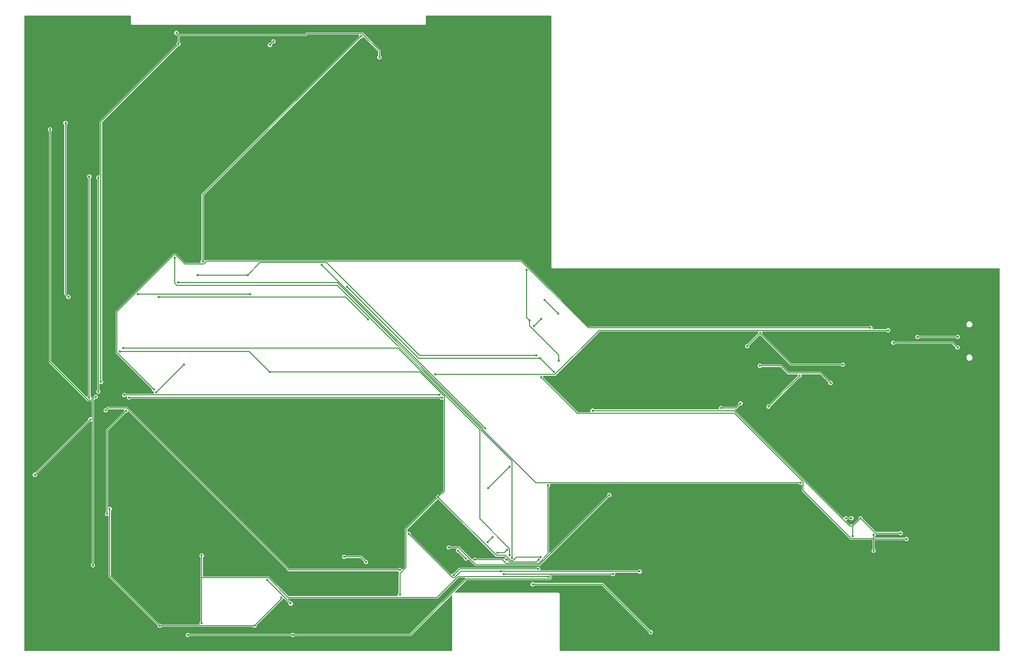
<source format=gbr>
G04 EAGLE Gerber RS-274X export*
G75*
%MOMM*%
%FSLAX34Y34*%
%LPD*%
%INBottom Copper*%
%IPPOS*%
%AMOC8*
5,1,8,0,0,1.08239X$1,22.5*%
G01*
G04 Define Apertures*
%ADD10C,0.127000*%
%ADD11C,0.452400*%
G36*
X746073Y2822D02*
X745776Y2762D01*
X3524Y2762D01*
X3249Y2813D01*
X2994Y2977D01*
X2822Y3227D01*
X2762Y3524D01*
X2762Y1108476D01*
X2813Y1108751D01*
X2977Y1109006D01*
X3227Y1109178D01*
X3524Y1109238D01*
X186976Y1109238D01*
X187251Y1109187D01*
X187506Y1109023D01*
X187678Y1108773D01*
X187738Y1108476D01*
X187738Y1094856D01*
X189356Y1093238D01*
X699644Y1093238D01*
X701262Y1094856D01*
X701262Y1108476D01*
X701313Y1108751D01*
X701477Y1109006D01*
X701727Y1109178D01*
X702024Y1109238D01*
X918476Y1109238D01*
X918751Y1109187D01*
X919006Y1109023D01*
X919178Y1108773D01*
X919238Y1108476D01*
X919238Y670856D01*
X920856Y669238D01*
X1698476Y669238D01*
X1698751Y669187D01*
X1699006Y669023D01*
X1699178Y668773D01*
X1699238Y668476D01*
X1699238Y3524D01*
X1699187Y3249D01*
X1699023Y2994D01*
X1698773Y2822D01*
X1698476Y2762D01*
X934824Y2762D01*
X934549Y2813D01*
X934294Y2977D01*
X934122Y3227D01*
X934062Y3524D01*
X934062Y102744D01*
X932444Y104362D01*
X751516Y104362D01*
X751252Y104409D01*
X750994Y104568D01*
X750819Y104816D01*
X750754Y105112D01*
X750809Y105410D01*
X750977Y105663D01*
X771456Y126142D01*
X771698Y126305D01*
X771995Y126365D01*
X917094Y126365D01*
X920750Y130021D01*
X920750Y134493D01*
X920801Y134768D01*
X920965Y135023D01*
X921215Y135195D01*
X921512Y135255D01*
X1023389Y135255D01*
X1023675Y135199D01*
X1023928Y135032D01*
X1025332Y133628D01*
X1028258Y133628D01*
X1030327Y135697D01*
X1030327Y138938D01*
X1030378Y139213D01*
X1030542Y139468D01*
X1030792Y139640D01*
X1031089Y139700D01*
X1069744Y139700D01*
X1070030Y139644D01*
X1070283Y139477D01*
X1071687Y138073D01*
X1074613Y138073D01*
X1076682Y140142D01*
X1076682Y143068D01*
X1074613Y145137D01*
X1071687Y145137D01*
X1070283Y143733D01*
X1070042Y143570D01*
X1069744Y143510D01*
X900914Y143510D01*
X900639Y143561D01*
X900384Y143725D01*
X900212Y143975D01*
X900152Y144272D01*
X900152Y147513D01*
X898083Y149582D01*
X895157Y149582D01*
X893753Y148178D01*
X893512Y148015D01*
X893214Y147955D01*
X759306Y147955D01*
X750361Y139010D01*
X750120Y138847D01*
X749822Y138787D01*
X747837Y138787D01*
X745662Y136612D01*
X745562Y136449D01*
X745314Y136274D01*
X745018Y136209D01*
X744720Y136264D01*
X744467Y136432D01*
X674950Y205949D01*
X674787Y206191D01*
X674727Y206488D01*
X674727Y208473D01*
X672658Y210542D01*
X669417Y210542D01*
X669142Y210593D01*
X668887Y210757D01*
X668715Y211007D01*
X668655Y211304D01*
X668655Y214160D01*
X668711Y214446D01*
X668878Y214699D01*
X721569Y267390D01*
X721811Y267553D01*
X722108Y267613D01*
X722517Y267613D01*
X722803Y267557D01*
X723056Y267390D01*
X822806Y167640D01*
X838365Y167640D01*
X838651Y167584D01*
X838904Y167417D01*
X839563Y166758D01*
X839716Y166538D01*
X839786Y166243D01*
X839735Y165944D01*
X839572Y165689D01*
X839372Y165552D01*
X837102Y163282D01*
X837002Y163119D01*
X836754Y162944D01*
X836458Y162879D01*
X836160Y162934D01*
X835907Y163102D01*
X835179Y163830D01*
X789536Y163830D01*
X789250Y163886D01*
X788997Y164053D01*
X787593Y165457D01*
X784667Y165457D01*
X782492Y163282D01*
X782392Y163119D01*
X782144Y162944D01*
X781848Y162879D01*
X781550Y162934D01*
X781297Y163102D01*
X758979Y185420D01*
X744451Y185420D01*
X744165Y185476D01*
X743912Y185643D01*
X742508Y187047D01*
X739582Y187047D01*
X737513Y184978D01*
X737513Y182052D01*
X739582Y179983D01*
X742508Y179983D01*
X743912Y181387D01*
X744153Y181550D01*
X744451Y181610D01*
X753895Y181610D01*
X754159Y181563D01*
X754417Y181404D01*
X754592Y181156D01*
X754657Y180860D01*
X754602Y180562D01*
X754434Y180309D01*
X753388Y179263D01*
X753388Y176337D01*
X755457Y174268D01*
X757442Y174268D01*
X757728Y174212D01*
X757981Y174045D01*
X767135Y164891D01*
X767298Y164650D01*
X767358Y164352D01*
X767358Y162367D01*
X769427Y160298D01*
X772353Y160298D01*
X774422Y162367D01*
X774422Y162749D01*
X774469Y163013D01*
X774628Y163271D01*
X774876Y163446D01*
X775172Y163511D01*
X775470Y163456D01*
X775723Y163288D01*
X787881Y151130D01*
X899314Y151130D01*
X1019384Y271200D01*
X1019626Y271363D01*
X1019923Y271423D01*
X1021908Y271423D01*
X1023977Y273492D01*
X1023977Y276418D01*
X1021908Y278487D01*
X1018982Y278487D01*
X1016913Y276418D01*
X1016913Y274433D01*
X1016857Y274147D01*
X1016690Y273894D01*
X916971Y174175D01*
X916751Y174022D01*
X916456Y173952D01*
X916157Y174003D01*
X915902Y174166D01*
X915730Y174417D01*
X915670Y174714D01*
X915670Y288059D01*
X915726Y288345D01*
X915893Y288598D01*
X917297Y290002D01*
X917297Y293243D01*
X917348Y293518D01*
X917512Y293773D01*
X917762Y293945D01*
X918059Y294005D01*
X1349779Y294005D01*
X1350065Y293949D01*
X1350318Y293782D01*
X1351722Y292378D01*
X1354963Y292378D01*
X1355238Y292327D01*
X1355493Y292163D01*
X1355665Y291913D01*
X1355725Y291616D01*
X1355725Y281786D01*
X1440661Y196850D01*
X1477518Y196850D01*
X1477793Y196799D01*
X1478048Y196635D01*
X1478220Y196385D01*
X1478280Y196088D01*
X1478280Y181206D01*
X1478224Y180920D01*
X1478057Y180667D01*
X1476653Y179263D01*
X1476653Y176337D01*
X1478722Y174268D01*
X1481648Y174268D01*
X1483717Y176337D01*
X1483717Y179263D01*
X1482313Y180667D01*
X1482150Y180908D01*
X1482090Y181206D01*
X1482090Y195453D01*
X1482141Y195728D01*
X1482305Y195983D01*
X1482555Y196155D01*
X1482852Y196215D01*
X1533929Y196215D01*
X1534215Y196159D01*
X1534468Y195992D01*
X1535872Y194588D01*
X1538798Y194588D01*
X1540867Y196657D01*
X1540867Y199583D01*
X1538798Y201652D01*
X1535872Y201652D01*
X1534468Y200248D01*
X1534227Y200085D01*
X1533929Y200025D01*
X1482852Y200025D01*
X1482577Y200076D01*
X1482322Y200240D01*
X1482150Y200490D01*
X1482090Y200787D01*
X1482090Y201699D01*
X1482146Y201985D01*
X1482313Y202238D01*
X1483717Y203642D01*
X1483717Y205613D01*
X1483768Y205888D01*
X1483932Y206143D01*
X1484182Y206315D01*
X1484479Y206375D01*
X1523769Y206375D01*
X1524055Y206319D01*
X1524308Y206152D01*
X1525712Y204748D01*
X1528638Y204748D01*
X1530707Y206817D01*
X1530707Y209743D01*
X1528638Y211812D01*
X1525712Y211812D01*
X1524308Y210408D01*
X1524067Y210245D01*
X1523769Y210185D01*
X1484465Y210185D01*
X1484179Y210241D01*
X1483926Y210408D01*
X1461080Y233254D01*
X1460917Y233496D01*
X1460857Y233793D01*
X1460857Y235778D01*
X1458788Y237847D01*
X1455862Y237847D01*
X1453793Y235778D01*
X1453793Y233793D01*
X1453737Y233507D01*
X1453570Y233254D01*
X1443424Y223108D01*
X1443183Y222945D01*
X1442885Y222885D01*
X1439380Y222885D01*
X1439094Y222941D01*
X1438841Y223108D01*
X1432467Y229482D01*
X1432314Y229702D01*
X1432244Y229997D01*
X1432295Y230296D01*
X1432458Y230551D01*
X1432709Y230723D01*
X1433006Y230783D01*
X1433388Y230783D01*
X1434792Y232187D01*
X1435033Y232350D01*
X1435331Y232410D01*
X1438044Y232410D01*
X1438330Y232354D01*
X1438583Y232187D01*
X1439987Y230783D01*
X1442913Y230783D01*
X1444982Y232852D01*
X1444982Y235778D01*
X1442913Y237847D01*
X1439987Y237847D01*
X1438583Y236443D01*
X1438342Y236280D01*
X1438044Y236220D01*
X1435331Y236220D01*
X1435045Y236276D01*
X1434792Y236443D01*
X1433388Y237847D01*
X1430462Y237847D01*
X1428393Y235778D01*
X1428393Y235396D01*
X1428346Y235132D01*
X1428187Y234874D01*
X1427939Y234699D01*
X1427643Y234634D01*
X1427345Y234689D01*
X1427092Y234857D01*
X1239070Y422879D01*
X1238917Y423099D01*
X1238847Y423394D01*
X1238898Y423693D01*
X1239061Y423948D01*
X1239312Y424120D01*
X1239609Y424180D01*
X1240944Y424180D01*
X1247349Y430585D01*
X1247591Y430748D01*
X1247888Y430808D01*
X1249873Y430808D01*
X1251942Y432877D01*
X1251942Y435803D01*
X1249873Y437872D01*
X1246947Y437872D01*
X1244878Y435803D01*
X1244878Y433818D01*
X1244822Y433532D01*
X1244655Y433279D01*
X1239589Y428213D01*
X1239348Y428050D01*
X1239050Y427990D01*
X1218161Y427990D01*
X1217875Y428046D01*
X1217622Y428213D01*
X1216218Y429617D01*
X1213292Y429617D01*
X1211223Y427548D01*
X1211223Y424307D01*
X1211172Y424032D01*
X1211008Y423777D01*
X1210758Y423605D01*
X1210461Y423545D01*
X994641Y423545D01*
X994355Y423601D01*
X994102Y423768D01*
X992698Y425172D01*
X989772Y425172D01*
X987703Y423103D01*
X987703Y419862D01*
X987652Y419587D01*
X987488Y419332D01*
X987238Y419160D01*
X986941Y419100D01*
X965670Y419100D01*
X965384Y419156D01*
X965131Y419323D01*
X905455Y478999D01*
X905292Y479241D01*
X905232Y479538D01*
X905232Y481838D01*
X905283Y482113D01*
X905447Y482368D01*
X905697Y482540D01*
X905994Y482600D01*
X926619Y482600D01*
X1003231Y559212D01*
X1003473Y559375D01*
X1003770Y559435D01*
X1278406Y559435D01*
X1278681Y559384D01*
X1278936Y559220D01*
X1279108Y558970D01*
X1279168Y558673D01*
X1279168Y556373D01*
X1279112Y556087D01*
X1278945Y555834D01*
X1260901Y537790D01*
X1260660Y537627D01*
X1260362Y537567D01*
X1258377Y537567D01*
X1256308Y535498D01*
X1256308Y532572D01*
X1258377Y530503D01*
X1261303Y530503D01*
X1263372Y532572D01*
X1263372Y534557D01*
X1263428Y534843D01*
X1263595Y535096D01*
X1281639Y553140D01*
X1281881Y553303D01*
X1282178Y553363D01*
X1282587Y553363D01*
X1282873Y553307D01*
X1283126Y553140D01*
X1336521Y499745D01*
X1423439Y499745D01*
X1423725Y499689D01*
X1423978Y499522D01*
X1425382Y498118D01*
X1428308Y498118D01*
X1430377Y500187D01*
X1430377Y503113D01*
X1428308Y505182D01*
X1425382Y505182D01*
X1423978Y503778D01*
X1423737Y503615D01*
X1423439Y503555D01*
X1338415Y503555D01*
X1338129Y503611D01*
X1337876Y503778D01*
X1286455Y555199D01*
X1286292Y555441D01*
X1286232Y555738D01*
X1286232Y558673D01*
X1286283Y558948D01*
X1286447Y559203D01*
X1286697Y559375D01*
X1286994Y559435D01*
X1502179Y559435D01*
X1502465Y559379D01*
X1502718Y559212D01*
X1504122Y557808D01*
X1507048Y557808D01*
X1509117Y559877D01*
X1509117Y562803D01*
X1507048Y564872D01*
X1504122Y564872D01*
X1502718Y563468D01*
X1502477Y563305D01*
X1502179Y563245D01*
X1478764Y563245D01*
X1478489Y563296D01*
X1478234Y563460D01*
X1478062Y563710D01*
X1478002Y564007D01*
X1478002Y567248D01*
X1475933Y569317D01*
X1473007Y569317D01*
X1471603Y567913D01*
X1471362Y567750D01*
X1471064Y567690D01*
X984720Y567690D01*
X984434Y567746D01*
X984181Y567913D01*
X868199Y683895D01*
X319251Y683895D01*
X317888Y682532D01*
X317668Y682379D01*
X317373Y682309D01*
X317074Y682360D01*
X316819Y682523D01*
X316682Y682723D01*
X315183Y684222D01*
X315020Y684463D01*
X314960Y684761D01*
X314960Y797090D01*
X315016Y797376D01*
X315183Y797629D01*
X587584Y1070030D01*
X587826Y1070193D01*
X588123Y1070253D01*
X590108Y1070253D01*
X592283Y1072428D01*
X592383Y1072591D01*
X592631Y1072766D01*
X592927Y1072831D01*
X593225Y1072776D01*
X593478Y1072608D01*
X618267Y1047819D01*
X618430Y1047578D01*
X618490Y1047280D01*
X618490Y1040361D01*
X618434Y1040075D01*
X618267Y1039822D01*
X616863Y1038418D01*
X616863Y1035492D01*
X618932Y1033423D01*
X621858Y1033423D01*
X623927Y1035492D01*
X623927Y1038418D01*
X622523Y1039822D01*
X622360Y1040063D01*
X622300Y1040361D01*
X622300Y1049174D01*
X591339Y1080135D01*
X492606Y1080135D01*
X490289Y1077818D01*
X490048Y1077655D01*
X489750Y1077595D01*
X272250Y1077595D01*
X271964Y1077651D01*
X271711Y1077818D01*
X271090Y1078439D01*
X270927Y1078681D01*
X270867Y1078978D01*
X270867Y1080963D01*
X268798Y1083032D01*
X265872Y1083032D01*
X263803Y1080963D01*
X263803Y1078037D01*
X265872Y1075968D01*
X267857Y1075968D01*
X268143Y1075912D01*
X268396Y1075745D01*
X269017Y1075124D01*
X269180Y1074883D01*
X269240Y1074585D01*
X269240Y1063856D01*
X269184Y1063570D01*
X269017Y1063317D01*
X267613Y1061913D01*
X267613Y1059928D01*
X267557Y1059642D01*
X267390Y1059389D01*
X133985Y925984D01*
X133985Y831699D01*
X133934Y831424D01*
X133770Y831169D01*
X133520Y830997D01*
X133223Y830937D01*
X129982Y830937D01*
X127913Y828868D01*
X127913Y825942D01*
X129317Y824538D01*
X129480Y824297D01*
X129540Y823999D01*
X129540Y458066D01*
X129484Y457780D01*
X129317Y457527D01*
X127913Y456123D01*
X127913Y453197D01*
X129982Y451128D01*
X132908Y451128D01*
X134977Y453197D01*
X134977Y456123D01*
X133573Y457527D01*
X133410Y457768D01*
X133350Y458066D01*
X133350Y467511D01*
X133401Y467786D01*
X133565Y468041D01*
X133815Y468213D01*
X134112Y468273D01*
X137353Y468273D01*
X139422Y470342D01*
X139422Y473268D01*
X138018Y474672D01*
X137855Y474913D01*
X137795Y475211D01*
X137795Y924090D01*
X137851Y924376D01*
X138018Y924629D01*
X270084Y1056695D01*
X270326Y1056858D01*
X270623Y1056918D01*
X272608Y1056918D01*
X274677Y1058987D01*
X274677Y1061913D01*
X273273Y1063317D01*
X273110Y1063558D01*
X273050Y1063856D01*
X273050Y1073023D01*
X273101Y1073298D01*
X273265Y1073553D01*
X273515Y1073725D01*
X273812Y1073785D01*
X491644Y1073785D01*
X493961Y1076102D01*
X494203Y1076265D01*
X494500Y1076325D01*
X584351Y1076325D01*
X584626Y1076274D01*
X584881Y1076110D01*
X585053Y1075860D01*
X585113Y1075563D01*
X585113Y1073263D01*
X585057Y1072977D01*
X584890Y1072724D01*
X311150Y798984D01*
X311150Y684761D01*
X311094Y684475D01*
X310927Y684222D01*
X309523Y682818D01*
X309523Y679577D01*
X309472Y679302D01*
X309308Y679047D01*
X309058Y678875D01*
X308761Y678815D01*
X283045Y678815D01*
X282759Y678871D01*
X282506Y679038D01*
X266854Y694690D01*
X261466Y694690D01*
X161925Y595149D01*
X161925Y521816D01*
X224210Y459531D01*
X224373Y459290D01*
X224433Y458992D01*
X224433Y457007D01*
X226502Y454938D01*
X227481Y454938D01*
X227756Y454887D01*
X228011Y454723D01*
X228183Y454473D01*
X228243Y454176D01*
X228243Y451612D01*
X228192Y451337D01*
X228028Y451082D01*
X227778Y450910D01*
X227481Y450850D01*
X179936Y450850D01*
X179650Y450906D01*
X179397Y451073D01*
X177993Y452477D01*
X175067Y452477D01*
X172998Y450408D01*
X172998Y447482D01*
X175067Y445413D01*
X177993Y445413D01*
X179397Y446817D01*
X179638Y446980D01*
X179936Y447040D01*
X180491Y447040D01*
X180766Y446989D01*
X181021Y446825D01*
X181193Y446575D01*
X181253Y446278D01*
X181253Y443037D01*
X183322Y440968D01*
X186248Y440968D01*
X187652Y442372D01*
X187893Y442535D01*
X188191Y442595D01*
X725574Y442595D01*
X725860Y442539D01*
X726113Y442372D01*
X727517Y440968D01*
X730758Y440968D01*
X731033Y440917D01*
X731288Y440753D01*
X731460Y440503D01*
X731520Y440206D01*
X731520Y283045D01*
X731464Y282759D01*
X731297Y282506D01*
X723691Y274900D01*
X723450Y274737D01*
X723152Y274677D01*
X721167Y274677D01*
X719098Y272608D01*
X719098Y270623D01*
X719042Y270337D01*
X718875Y270084D01*
X664845Y216054D01*
X664845Y149695D01*
X664789Y149409D01*
X664622Y149156D01*
X660788Y145322D01*
X660568Y145169D01*
X660273Y145099D01*
X659974Y145150D01*
X659719Y145313D01*
X659582Y145513D01*
X657418Y147677D01*
X654492Y147677D01*
X653088Y146273D01*
X652847Y146110D01*
X652549Y146050D01*
X464655Y146050D01*
X464369Y146106D01*
X464116Y146273D01*
X182399Y427990D01*
X147166Y427990D01*
X145206Y426030D01*
X144965Y425867D01*
X144667Y425807D01*
X142682Y425807D01*
X140613Y423738D01*
X140613Y420812D01*
X142682Y418743D01*
X145608Y418743D01*
X147677Y420812D01*
X147677Y422797D01*
X147733Y423083D01*
X147900Y423336D01*
X148521Y423957D01*
X148763Y424120D01*
X149060Y424180D01*
X175411Y424180D01*
X175686Y424129D01*
X175941Y423965D01*
X176113Y423715D01*
X176173Y423418D01*
X176173Y421118D01*
X176117Y420832D01*
X175950Y420579D01*
X144780Y389409D01*
X144780Y245341D01*
X144724Y245055D01*
X144557Y244802D01*
X143153Y243398D01*
X143153Y240472D01*
X145222Y238403D01*
X148463Y238403D01*
X148738Y238352D01*
X148993Y238188D01*
X149165Y237938D01*
X149225Y237641D01*
X149225Y133196D01*
X234370Y48051D01*
X234533Y47810D01*
X234593Y47512D01*
X234593Y45527D01*
X236662Y43458D01*
X239588Y43458D01*
X240992Y44862D01*
X241233Y45025D01*
X241531Y45085D01*
X399819Y45085D01*
X400105Y45029D01*
X400358Y44862D01*
X401762Y43458D01*
X404688Y43458D01*
X406757Y45527D01*
X406757Y47512D01*
X406813Y47798D01*
X406980Y48051D01*
X451504Y92574D01*
X451541Y92765D01*
X451708Y93018D01*
X453218Y94528D01*
X453318Y94691D01*
X453566Y94866D01*
X453862Y94931D01*
X454160Y94876D01*
X454413Y94708D01*
X462335Y86786D01*
X462498Y86545D01*
X462558Y86247D01*
X462558Y84262D01*
X464627Y82193D01*
X467553Y82193D01*
X469622Y84262D01*
X469622Y87188D01*
X467553Y89257D01*
X465568Y89257D01*
X465282Y89313D01*
X465029Y89480D01*
X461195Y93314D01*
X461042Y93534D01*
X460972Y93829D01*
X461023Y94128D01*
X461186Y94383D01*
X461437Y94555D01*
X461734Y94615D01*
X721514Y94615D01*
X757486Y130587D01*
X757728Y130750D01*
X758025Y130810D01*
X768896Y130810D01*
X769160Y130763D01*
X769418Y130604D01*
X769593Y130356D01*
X769658Y130060D01*
X769603Y129762D01*
X769435Y129509D01*
X673169Y33243D01*
X672928Y33080D01*
X672630Y33020D01*
X473306Y33020D01*
X473020Y33076D01*
X472767Y33243D01*
X471363Y34647D01*
X468437Y34647D01*
X467033Y33243D01*
X466792Y33080D01*
X466494Y33020D01*
X290426Y33020D01*
X290140Y33076D01*
X289887Y33243D01*
X288483Y34647D01*
X285557Y34647D01*
X283488Y32578D01*
X283488Y29652D01*
X285557Y27583D01*
X288483Y27583D01*
X289887Y28987D01*
X290128Y29150D01*
X290426Y29210D01*
X466494Y29210D01*
X466780Y29154D01*
X467033Y28987D01*
X468437Y27583D01*
X471363Y27583D01*
X472767Y28987D01*
X473008Y29150D01*
X473306Y29210D01*
X674524Y29210D01*
X745237Y99923D01*
X745457Y100076D01*
X745752Y100146D01*
X746051Y100095D01*
X746306Y99932D01*
X746478Y99682D01*
X746538Y99384D01*
X746538Y3524D01*
X746487Y3249D01*
X746323Y2994D01*
X746073Y2822D01*
G37*
%LPC*%
G36*
X428432Y1055013D02*
X431358Y1055013D01*
X433427Y1057082D01*
X433427Y1059067D01*
X433483Y1059353D01*
X433650Y1059606D01*
X435184Y1061140D01*
X435426Y1061303D01*
X435723Y1061363D01*
X437708Y1061363D01*
X439777Y1063432D01*
X439777Y1066358D01*
X437708Y1068427D01*
X434782Y1068427D01*
X432713Y1066358D01*
X432713Y1064373D01*
X432657Y1064087D01*
X432490Y1063834D01*
X430956Y1062300D01*
X430715Y1062137D01*
X430417Y1062077D01*
X428432Y1062077D01*
X426363Y1060008D01*
X426363Y1057082D01*
X428432Y1055013D01*
G37*
G36*
X77912Y616228D02*
X80838Y616228D01*
X82907Y618297D01*
X82907Y621223D01*
X80838Y623292D01*
X78853Y623292D01*
X78567Y623348D01*
X78314Y623515D01*
X76423Y625406D01*
X76260Y625648D01*
X76200Y625945D01*
X76200Y919249D01*
X76256Y919535D01*
X76423Y919788D01*
X77827Y921192D01*
X77827Y924118D01*
X75758Y926187D01*
X72832Y926187D01*
X70763Y924118D01*
X70763Y921192D01*
X72167Y919788D01*
X72330Y919547D01*
X72390Y919249D01*
X72390Y624051D01*
X75620Y620821D01*
X75783Y620580D01*
X75843Y620282D01*
X75843Y618297D01*
X77912Y616228D01*
G37*
G36*
X120457Y148868D02*
X123383Y148868D01*
X125452Y150937D01*
X125452Y153863D01*
X124048Y155267D01*
X123885Y155508D01*
X123825Y155806D01*
X123825Y439585D01*
X123881Y439871D01*
X124048Y440124D01*
X125939Y442015D01*
X126181Y442178D01*
X126478Y442238D01*
X128463Y442238D01*
X130532Y444307D01*
X130532Y447233D01*
X128463Y449302D01*
X125537Y449302D01*
X123468Y447233D01*
X123468Y445248D01*
X123412Y444962D01*
X123245Y444709D01*
X120719Y442183D01*
X120478Y442020D01*
X120180Y441960D01*
X119864Y441960D01*
X119589Y442011D01*
X119334Y442175D01*
X119162Y442425D01*
X119102Y442722D01*
X119102Y445963D01*
X117698Y447367D01*
X117535Y447608D01*
X117475Y447906D01*
X117475Y825904D01*
X117531Y826190D01*
X117698Y826443D01*
X119102Y827847D01*
X119102Y830773D01*
X117033Y832842D01*
X114107Y832842D01*
X112038Y830773D01*
X112038Y827847D01*
X113442Y826443D01*
X113605Y826202D01*
X113665Y825904D01*
X113665Y447906D01*
X113609Y447620D01*
X113442Y447367D01*
X111932Y445857D01*
X111832Y445694D01*
X111584Y445519D01*
X111288Y445454D01*
X110990Y445509D01*
X110737Y445677D01*
X49753Y506661D01*
X49590Y506903D01*
X49530Y507200D01*
X49530Y907819D01*
X49586Y908105D01*
X49753Y908358D01*
X51157Y909762D01*
X51157Y912688D01*
X49088Y914757D01*
X46162Y914757D01*
X44093Y912688D01*
X44093Y909762D01*
X45497Y908358D01*
X45660Y908117D01*
X45720Y907819D01*
X45720Y505306D01*
X112876Y438150D01*
X119253Y438150D01*
X119528Y438099D01*
X119783Y437935D01*
X119955Y437685D01*
X120015Y437388D01*
X120015Y410694D01*
X119964Y410419D01*
X119800Y410164D01*
X119550Y409992D01*
X119253Y409932D01*
X116012Y409932D01*
X113943Y407863D01*
X113943Y405878D01*
X113887Y405592D01*
X113720Y405339D01*
X22016Y313635D01*
X21775Y313472D01*
X21477Y313412D01*
X19492Y313412D01*
X17423Y311343D01*
X17423Y308417D01*
X19492Y306348D01*
X22418Y306348D01*
X24487Y308417D01*
X24487Y310402D01*
X24543Y310688D01*
X24710Y310941D01*
X116414Y402645D01*
X116656Y402808D01*
X116953Y402868D01*
X119253Y402868D01*
X119528Y402817D01*
X119783Y402653D01*
X119955Y402403D01*
X120015Y402106D01*
X120015Y155806D01*
X119959Y155520D01*
X119792Y155267D01*
X118388Y153863D01*
X118388Y150937D01*
X120457Y148868D01*
G37*
G36*
X1644603Y566650D02*
X1648953Y566650D01*
X1652028Y569725D01*
X1652028Y574075D01*
X1648953Y577150D01*
X1644603Y577150D01*
X1641528Y574075D01*
X1641528Y569725D01*
X1644603Y566650D01*
G37*
G36*
X1554922Y546378D02*
X1557848Y546378D01*
X1559252Y547782D01*
X1559493Y547945D01*
X1559791Y548005D01*
X1622829Y548005D01*
X1623115Y547949D01*
X1623368Y547782D01*
X1624772Y546378D01*
X1627698Y546378D01*
X1629767Y548447D01*
X1629767Y551373D01*
X1627698Y553442D01*
X1624772Y553442D01*
X1623368Y552038D01*
X1623127Y551875D01*
X1622829Y551815D01*
X1559791Y551815D01*
X1559505Y551871D01*
X1559252Y552038D01*
X1557848Y553442D01*
X1554922Y553442D01*
X1552853Y551373D01*
X1552853Y548447D01*
X1554922Y546378D01*
G37*
G36*
X1624772Y527963D02*
X1627698Y527963D01*
X1629767Y530032D01*
X1629767Y532958D01*
X1627698Y535027D01*
X1625713Y535027D01*
X1625427Y535083D01*
X1625174Y535250D01*
X1618769Y541655D01*
X1517881Y541655D01*
X1517595Y541711D01*
X1517342Y541878D01*
X1515938Y543282D01*
X1513012Y543282D01*
X1510943Y541213D01*
X1510943Y538287D01*
X1513012Y536218D01*
X1515938Y536218D01*
X1517342Y537622D01*
X1517583Y537785D01*
X1517881Y537845D01*
X1616875Y537845D01*
X1617161Y537789D01*
X1617414Y537622D01*
X1622480Y532556D01*
X1622643Y532315D01*
X1622703Y532017D01*
X1622703Y530032D01*
X1624772Y527963D01*
G37*
G36*
X1644603Y508850D02*
X1648953Y508850D01*
X1652028Y511925D01*
X1652028Y516275D01*
X1648953Y519350D01*
X1644603Y519350D01*
X1641528Y516275D01*
X1641528Y511925D01*
X1644603Y508850D01*
G37*
G36*
X1295842Y425093D02*
X1298768Y425093D01*
X1300837Y427162D01*
X1300837Y429147D01*
X1300893Y429433D01*
X1301060Y429686D01*
X1350219Y478845D01*
X1350461Y479008D01*
X1350758Y479068D01*
X1352743Y479068D01*
X1354812Y481137D01*
X1354812Y484378D01*
X1354863Y484653D01*
X1355027Y484908D01*
X1355277Y485080D01*
X1355574Y485140D01*
X1387005Y485140D01*
X1387291Y485084D01*
X1387544Y484917D01*
X1401500Y470961D01*
X1401663Y470720D01*
X1401723Y470422D01*
X1401723Y468437D01*
X1403792Y466368D01*
X1406718Y466368D01*
X1408787Y468437D01*
X1408787Y471363D01*
X1406718Y473432D01*
X1404733Y473432D01*
X1404447Y473488D01*
X1404194Y473655D01*
X1388899Y488950D01*
X1332700Y488950D01*
X1332414Y489006D01*
X1332161Y489173D01*
X1319684Y501650D01*
X1285471Y501650D01*
X1285185Y501706D01*
X1284932Y501873D01*
X1283528Y503277D01*
X1280602Y503277D01*
X1278533Y501208D01*
X1278533Y498282D01*
X1280602Y496213D01*
X1283528Y496213D01*
X1284932Y497617D01*
X1285173Y497780D01*
X1285471Y497840D01*
X1317790Y497840D01*
X1318076Y497784D01*
X1318329Y497617D01*
X1330806Y485140D01*
X1346986Y485140D01*
X1347261Y485089D01*
X1347516Y484925D01*
X1347688Y484675D01*
X1347748Y484378D01*
X1347748Y482078D01*
X1347692Y481792D01*
X1347525Y481539D01*
X1298366Y432380D01*
X1298125Y432217D01*
X1297827Y432157D01*
X1295842Y432157D01*
X1293773Y430088D01*
X1293773Y427162D01*
X1295842Y425093D01*
G37*
G36*
X595437Y154583D02*
X598363Y154583D01*
X600432Y156652D01*
X600432Y159578D01*
X598363Y161647D01*
X596378Y161647D01*
X596092Y161703D01*
X595839Y161870D01*
X588799Y168910D01*
X562206Y168910D01*
X561920Y168966D01*
X561667Y169133D01*
X560263Y170537D01*
X557337Y170537D01*
X555268Y168468D01*
X555268Y165542D01*
X557337Y163473D01*
X560263Y163473D01*
X561667Y164877D01*
X561908Y165040D01*
X562206Y165100D01*
X586905Y165100D01*
X587191Y165044D01*
X587444Y164877D01*
X593145Y159176D01*
X593308Y158935D01*
X593368Y158637D01*
X593368Y156652D01*
X595437Y154583D01*
G37*
G36*
X1090737Y32028D02*
X1093663Y32028D01*
X1095732Y34097D01*
X1095732Y37023D01*
X1093663Y39092D01*
X1091678Y39092D01*
X1091392Y39148D01*
X1091139Y39315D01*
X1009169Y121285D01*
X890501Y121285D01*
X890215Y121341D01*
X889962Y121508D01*
X888558Y122912D01*
X885632Y122912D01*
X883563Y120843D01*
X883563Y117917D01*
X885632Y115848D01*
X888558Y115848D01*
X889962Y117252D01*
X890203Y117415D01*
X890501Y117475D01*
X1007275Y117475D01*
X1007561Y117419D01*
X1007814Y117252D01*
X1088445Y36621D01*
X1088608Y36380D01*
X1088668Y36082D01*
X1088668Y34097D01*
X1090737Y32028D01*
G37*
%LPD*%
G36*
X307153Y48955D02*
X306856Y48895D01*
X241531Y48895D01*
X241245Y48951D01*
X240992Y49118D01*
X239588Y50522D01*
X237603Y50522D01*
X237317Y50578D01*
X237064Y50745D01*
X153258Y134551D01*
X153095Y134793D01*
X153035Y135090D01*
X153035Y246784D01*
X153091Y247070D01*
X153258Y247323D01*
X154662Y248727D01*
X154662Y251653D01*
X152593Y253722D01*
X149352Y253722D01*
X149077Y253773D01*
X148822Y253937D01*
X148650Y254187D01*
X148590Y254484D01*
X148590Y387515D01*
X148646Y387801D01*
X148813Y388054D01*
X178644Y417885D01*
X178886Y418048D01*
X179183Y418108D01*
X181168Y418108D01*
X183343Y420283D01*
X183443Y420446D01*
X183691Y420621D01*
X183987Y420686D01*
X184285Y420631D01*
X184538Y420463D01*
X462761Y142240D01*
X652549Y142240D01*
X652835Y142184D01*
X653088Y142017D01*
X654598Y140507D01*
X654761Y140407D01*
X654936Y140159D01*
X655001Y139863D01*
X654946Y139565D01*
X654778Y139312D01*
X654050Y138584D01*
X654050Y104371D01*
X653994Y104085D01*
X653827Y103832D01*
X652423Y102428D01*
X652423Y99187D01*
X652372Y98912D01*
X652208Y98657D01*
X651958Y98485D01*
X651661Y98425D01*
X462750Y98425D01*
X462464Y98481D01*
X462211Y98648D01*
X428144Y132715D01*
X313817Y132715D01*
X313542Y132766D01*
X313287Y132930D01*
X313115Y133180D01*
X313055Y133477D01*
X313055Y166139D01*
X313111Y166425D01*
X313278Y166678D01*
X314682Y168082D01*
X314682Y171008D01*
X312613Y173077D01*
X309687Y173077D01*
X307618Y171008D01*
X307618Y168082D01*
X309022Y166678D01*
X309185Y166437D01*
X309245Y166139D01*
X309245Y54841D01*
X309189Y54555D01*
X309022Y54302D01*
X307618Y52898D01*
X307618Y49657D01*
X307567Y49382D01*
X307403Y49127D01*
X307153Y48955D01*
G37*
D10*
X179705Y163830D02*
X210185Y163830D01*
X179705Y163830D02*
X155575Y139700D01*
X259715Y1056005D02*
X246380Y1069340D01*
X111125Y489585D02*
X104775Y483235D01*
X622300Y201295D02*
X622300Y172085D01*
X1534795Y519430D02*
X1553210Y501015D01*
X1256665Y490220D02*
X1245235Y501650D01*
X1291590Y525780D02*
X1296670Y525780D01*
X1291590Y525780D02*
X1256665Y490855D01*
X1256665Y490220D01*
X1450340Y518795D02*
X1534795Y518795D01*
X1450340Y518795D02*
X1428750Y497205D01*
X1325245Y497205D01*
X1296670Y525780D01*
X1534795Y519430D02*
X1534795Y518795D01*
X1320800Y398780D02*
X1320800Y394970D01*
X1320800Y398780D02*
X1256665Y462915D01*
X1256665Y490220D01*
D11*
X210185Y163830D03*
X155575Y139700D03*
X246380Y1069340D03*
X259715Y1056005D03*
X104775Y483235D03*
X111125Y489585D03*
X622300Y201295D03*
X622300Y172085D03*
X1534795Y519430D03*
X1553210Y501015D03*
X1256665Y490220D03*
X1245235Y501650D03*
X1296670Y525780D03*
X1320800Y394970D03*
D10*
X1318895Y499745D02*
X1282065Y499745D01*
X1318895Y499745D02*
X1331595Y487045D01*
X1388110Y487045D01*
X1405255Y469900D01*
D11*
X1282065Y499745D03*
X1405255Y469900D03*
D10*
X1514475Y539750D02*
X1617980Y539750D01*
X1626235Y531495D01*
D11*
X1514475Y539750D03*
X1626235Y531495D03*
D10*
X1626235Y549910D02*
X1556385Y549910D01*
D11*
X1556385Y549910D03*
X1626235Y549910D03*
D10*
X1474470Y565785D02*
X983615Y565785D01*
X867410Y681990D01*
X320040Y681990D01*
X314960Y676910D01*
X281940Y676910D01*
X266065Y692785D01*
X262255Y692785D01*
X163830Y594360D01*
X163830Y522605D01*
X227965Y458470D01*
D11*
X1474470Y565785D03*
X227965Y458470D03*
D10*
X1002665Y561340D02*
X1505585Y561340D01*
X1002665Y561340D02*
X925830Y484505D01*
X716915Y484505D01*
D11*
X1505585Y561340D03*
X716915Y484505D03*
D10*
X1259840Y534035D02*
X1282700Y556895D01*
X1337310Y501650D02*
X1426845Y501650D01*
X1337310Y501650D02*
X1282700Y556260D01*
X1282700Y556895D01*
D11*
X1259840Y534035D03*
X1282700Y556895D03*
X1426845Y501650D03*
D10*
X115570Y444500D02*
X115570Y829310D01*
D11*
X115570Y829310D03*
X115570Y444500D03*
D10*
X831215Y141605D02*
X1073150Y141605D01*
X403225Y46990D02*
X238125Y46990D01*
X449580Y93345D02*
X449580Y95885D01*
X449580Y93345D02*
X403225Y46990D01*
X151130Y133985D02*
X151130Y250190D01*
X151130Y133985D02*
X238125Y46990D01*
X131445Y454660D02*
X131445Y827405D01*
X762000Y141605D02*
X831215Y141605D01*
X762000Y141605D02*
X751205Y130810D01*
X747395Y130810D01*
X671195Y207010D01*
D11*
X831215Y141605D03*
X1073150Y141605D03*
X403225Y46990D03*
X238125Y46990D03*
X449580Y95885D03*
X151130Y250190D03*
X131445Y827405D03*
X131445Y454660D03*
X671195Y207010D03*
D10*
X47625Y506095D02*
X47625Y911225D01*
X47625Y506095D02*
X113665Y440055D01*
X121285Y440055D01*
X121603Y440373D02*
X127000Y445770D01*
X121603Y440373D02*
X121285Y440055D01*
X918845Y137160D02*
X1026795Y137160D01*
X918845Y137160D02*
X836295Y137160D01*
X673735Y31115D02*
X469900Y31115D01*
X673735Y31115D02*
X770890Y128270D01*
X916305Y128270D01*
X918845Y130810D01*
X918845Y137160D01*
X469900Y31115D02*
X287020Y31115D01*
X121920Y152400D02*
X121920Y440055D01*
X121603Y440373D01*
D11*
X47625Y911225D03*
X127000Y445770D03*
X836295Y137160D03*
X1026795Y137160D03*
X469900Y31115D03*
X287020Y31115D03*
X121920Y152400D03*
D10*
X655955Y137795D02*
X655955Y100965D01*
X655955Y137795D02*
X666750Y148590D01*
X666750Y215265D01*
X722630Y271145D01*
X690880Y488950D02*
X429260Y488950D01*
X690880Y488950D02*
X733425Y446405D01*
X733425Y281940D01*
X722630Y271145D01*
X393700Y524510D02*
X168275Y524510D01*
X393700Y524510D02*
X429260Y488950D01*
X74295Y624840D02*
X74295Y922655D01*
X74295Y624840D02*
X79375Y619760D01*
X858520Y166370D02*
X901065Y166370D01*
X858520Y166370D02*
X852805Y160655D01*
X848360Y160655D01*
X839470Y169545D01*
X823595Y169545D01*
X722630Y270510D01*
X722630Y271145D01*
D11*
X655955Y100965D03*
X722630Y271145D03*
X429260Y488950D03*
X168275Y524510D03*
X74295Y922655D03*
X79375Y619760D03*
X901065Y166370D03*
D10*
X809625Y287020D02*
X846455Y323850D01*
D11*
X809625Y287020D03*
X846455Y323850D03*
D10*
X758190Y183515D02*
X741045Y183515D01*
X758190Y183515D02*
X788670Y153035D01*
X898525Y153035D01*
X1020445Y274955D01*
D11*
X741045Y183515D03*
X1020445Y274955D03*
D10*
X834390Y161925D02*
X786130Y161925D01*
X834390Y161925D02*
X840740Y155575D01*
X897255Y155575D01*
X913765Y172085D01*
X913765Y291465D01*
D11*
X786130Y161925D03*
X913765Y291465D03*
D10*
X817245Y201295D02*
X808355Y192405D01*
D11*
X817245Y201295D03*
X808355Y192405D03*
D10*
X760095Y146050D02*
X896620Y146050D01*
X760095Y146050D02*
X749300Y135255D01*
X588010Y167005D02*
X558800Y167005D01*
X588010Y167005D02*
X596900Y158115D01*
D11*
X896620Y146050D03*
X749300Y135255D03*
X558800Y167005D03*
X596900Y158115D03*
D10*
X1214755Y426085D02*
X1240155Y426085D01*
X1248410Y434340D01*
D11*
X1214755Y426085D03*
X1248410Y434340D03*
D10*
X1297305Y428625D02*
X1351280Y482600D01*
D11*
X1351280Y482600D03*
X1297305Y428625D03*
D10*
X850900Y334010D02*
X850900Y165100D01*
X850900Y334010D02*
X797560Y387350D01*
X797560Y389890D01*
X547370Y640080D01*
X267970Y640080D01*
X264160Y643890D01*
X264160Y688340D01*
D11*
X850900Y165100D03*
X264160Y688340D03*
D10*
X1443355Y220345D02*
X1443355Y203200D01*
X1443673Y220663D02*
X1457325Y234315D01*
X1443673Y220663D02*
X1443355Y220345D01*
X1483360Y208280D02*
X1527175Y208280D01*
X1483360Y208280D02*
X1457325Y234315D01*
X395605Y624205D02*
X200025Y624205D01*
X688340Y513080D02*
X899795Y513080D01*
X688340Y513080D02*
X563880Y637540D01*
X1438275Y220980D02*
X1443355Y220980D01*
X1438275Y220980D02*
X1237615Y421640D01*
X991235Y421640D01*
X923925Y488950D02*
X899795Y513080D01*
X1443355Y220980D02*
X1443673Y220663D01*
D11*
X1443355Y203200D03*
X1457325Y234315D03*
X1527175Y208280D03*
X395605Y624205D03*
X200025Y624205D03*
X899795Y513080D03*
X563880Y637540D03*
X991235Y421640D03*
X923925Y488950D03*
D10*
X1480185Y205105D02*
X1480185Y198755D01*
X1480185Y198120D01*
X1480185Y177800D01*
X1480185Y198120D02*
X1537335Y198120D01*
X391160Y657860D02*
X304165Y657860D01*
X690245Y517525D02*
X893445Y517525D01*
X690245Y517525D02*
X528320Y679450D01*
X412750Y679450D01*
X391160Y657860D01*
X1441450Y198755D02*
X1480185Y198755D01*
X1441450Y198755D02*
X1357630Y282575D01*
X1357630Y297815D01*
X1238250Y417195D01*
X964565Y417195D01*
X901700Y480060D01*
D11*
X1480185Y177800D03*
X1480185Y205105D03*
X1537335Y198120D03*
X391160Y657860D03*
X304165Y657860D03*
X893445Y517525D03*
X901700Y480060D03*
D10*
X804545Y390525D02*
X520065Y675005D01*
D11*
X804545Y390525D03*
X520065Y675005D03*
D10*
X546735Y644525D02*
X269875Y644525D01*
X546735Y644525D02*
X800100Y391160D01*
X800100Y388620D01*
X892810Y295910D01*
X1353185Y295910D01*
X1431925Y234315D02*
X1441450Y234315D01*
D11*
X269875Y644525D03*
X1353185Y295910D03*
X1441450Y234315D03*
X1431925Y234315D03*
D10*
X561340Y619760D02*
X236220Y619760D01*
X561340Y619760D02*
X600710Y580390D01*
D11*
X236220Y619760D03*
X600710Y580390D03*
D10*
X429895Y1058545D02*
X436245Y1064895D01*
D11*
X429895Y1058545D03*
X436245Y1064895D03*
D10*
X280035Y501650D02*
X231775Y453390D01*
X425450Y126365D02*
X466090Y85725D01*
D11*
X280035Y501650D03*
X231775Y453390D03*
X466090Y85725D03*
X425450Y126365D03*
D10*
X840740Y161925D02*
X843280Y161925D01*
X847090Y158115D01*
X893445Y158115D01*
X897255Y161925D01*
X311150Y169545D02*
X311150Y130810D01*
X311150Y51435D01*
X756920Y132715D02*
X914400Y132715D01*
X756920Y132715D02*
X720725Y96520D01*
X461645Y96520D01*
X427355Y130810D01*
X311150Y130810D01*
D11*
X840740Y161925D03*
X897255Y161925D03*
X311150Y51435D03*
X311150Y169545D03*
X914400Y132715D03*
D10*
X313055Y681355D02*
X313055Y798195D01*
X588645Y1073785D01*
D11*
X313055Y681355D03*
X588645Y1073785D03*
D10*
X146685Y388620D02*
X146685Y241935D01*
X146685Y388620D02*
X179705Y421640D01*
D11*
X146685Y241935D03*
X179705Y421640D03*
D10*
X463550Y144145D02*
X655955Y144145D01*
X463550Y144145D02*
X181610Y426085D01*
X147955Y426085D01*
X144145Y422275D01*
X117475Y406400D02*
X20955Y309880D01*
D11*
X655955Y144145D03*
X144145Y422275D03*
X20955Y309880D03*
X117475Y406400D03*
D10*
X887095Y119380D02*
X1008380Y119380D01*
X1092200Y35560D01*
X652780Y530860D02*
X174625Y530860D01*
X652780Y530860D02*
X795020Y388620D01*
X795020Y233045D01*
X847090Y180975D01*
X847090Y170815D01*
X846455Y170180D01*
D11*
X887095Y119380D03*
X1092200Y35560D03*
X174625Y530860D03*
X846455Y170180D03*
D10*
X271145Y1060450D02*
X271145Y1075690D01*
X267335Y1079500D01*
X620395Y1048385D02*
X620395Y1036955D01*
X620395Y1048385D02*
X590550Y1078230D01*
X493395Y1078230D01*
X490855Y1075690D01*
X271145Y1075690D01*
X135890Y925195D02*
X135890Y471805D01*
X135890Y925195D02*
X271145Y1060450D01*
D11*
X271145Y1060450D03*
X267335Y1079500D03*
X620395Y1036955D03*
X135890Y471805D03*
D10*
X932180Y508635D02*
X932180Y518795D01*
X881380Y569595D01*
X881380Y578485D01*
X724535Y448945D02*
X176530Y448945D01*
X876300Y583565D02*
X876300Y666750D01*
X876300Y583565D02*
X881380Y578485D01*
D11*
X932180Y508635D03*
X881380Y578485D03*
X176530Y448945D03*
X724535Y448945D03*
X876300Y666750D03*
D10*
X901700Y581025D02*
X889000Y568325D01*
X728980Y444500D02*
X184785Y444500D01*
D11*
X889000Y568325D03*
X901700Y581025D03*
X184785Y444500D03*
X728980Y444500D03*
D10*
X756920Y177800D02*
X770890Y163830D01*
D11*
X770890Y163830D03*
X756920Y177800D03*
D10*
X825500Y173990D02*
X837565Y173990D01*
X842645Y179070D01*
D11*
X825500Y173990D03*
X842645Y179070D03*
D10*
X931545Y590550D02*
X908050Y614045D01*
D11*
X931545Y590550D03*
X908050Y614045D03*
M02*

</source>
